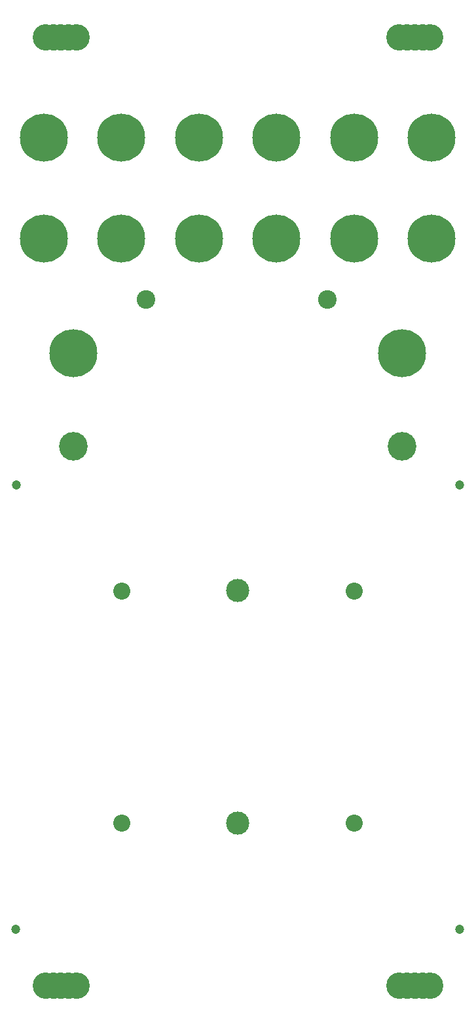
<source format=gbr>
G04 EAGLE Gerber RS-274X export*
G75*
%MOMM*%
%FSLAX34Y34*%
%LPD*%
%INSoldermask Bottom*%
%IPPOS*%
%AMOC8*
5,1,8,0,0,1.08239X$1,22.5*%
G01*
%ADD10C,6.203200*%
%ADD11C,2.403200*%
%ADD12C,3.703200*%
%ADD13C,2.203200*%
%ADD14C,1.203200*%
%ADD15C,3.403200*%
%ADD16C,3.003200*%


D10*
X52530Y1125050D03*
X152860Y1125050D03*
X52530Y995002D03*
X152860Y995002D03*
X253190Y1125050D03*
X253190Y995002D03*
X353520Y995002D03*
X353520Y1125050D03*
X453850Y1125050D03*
X453850Y995002D03*
X554180Y995002D03*
X554180Y1125050D03*
D11*
X184900Y915800D03*
X419600Y915800D03*
D10*
X90350Y846920D03*
X515780Y846820D03*
D12*
X515880Y726770D03*
X90450Y726970D03*
D13*
X153700Y539500D03*
X453700Y539500D03*
X453700Y239500D03*
X153700Y239500D03*
D14*
X16600Y102500D03*
X590700Y102500D03*
X590600Y676500D03*
X16700Y676500D03*
D15*
X75000Y30000D03*
X75000Y1255000D03*
X532500Y1255000D03*
X65000Y1255000D03*
X55000Y1255000D03*
X85000Y1255000D03*
X95000Y1255000D03*
X65000Y30000D03*
X55000Y30000D03*
X85000Y30000D03*
X95000Y30000D03*
X542500Y1255000D03*
X552500Y1255000D03*
X522500Y1255000D03*
X512500Y1255000D03*
X532500Y30000D03*
X542500Y30000D03*
X552500Y30000D03*
X522500Y30000D03*
X512500Y30000D03*
D16*
X303000Y540000D03*
X303000Y240000D03*
M02*

</source>
